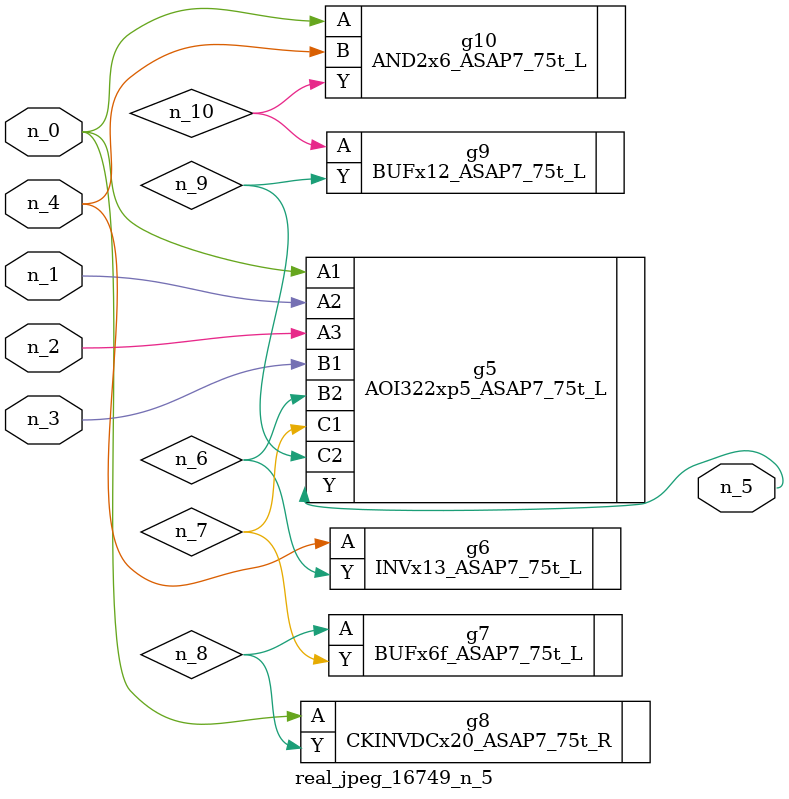
<source format=v>
module real_jpeg_16749_n_5 (n_4, n_0, n_1, n_2, n_3, n_5);

input n_4;
input n_0;
input n_1;
input n_2;
input n_3;

output n_5;

wire n_8;
wire n_6;
wire n_7;
wire n_10;
wire n_9;

AOI322xp5_ASAP7_75t_L g5 ( 
.A1(n_0),
.A2(n_1),
.A3(n_2),
.B1(n_3),
.B2(n_6),
.C1(n_7),
.C2(n_9),
.Y(n_5)
);

CKINVDCx20_ASAP7_75t_R g8 ( 
.A(n_0),
.Y(n_8)
);

AND2x6_ASAP7_75t_L g10 ( 
.A(n_0),
.B(n_4),
.Y(n_10)
);

INVx13_ASAP7_75t_L g6 ( 
.A(n_4),
.Y(n_6)
);

BUFx6f_ASAP7_75t_L g7 ( 
.A(n_8),
.Y(n_7)
);

BUFx12_ASAP7_75t_L g9 ( 
.A(n_10),
.Y(n_9)
);


endmodule
</source>
